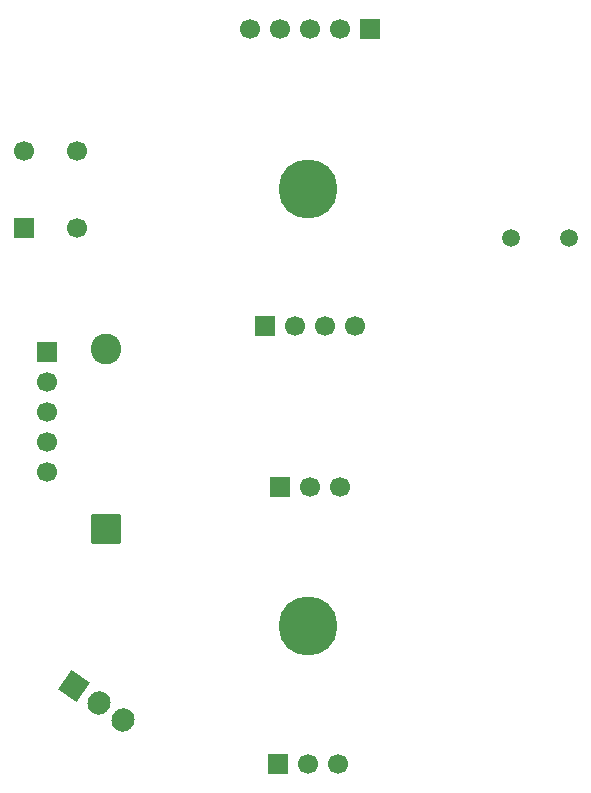
<source format=gbr>
%TF.GenerationSoftware,KiCad,Pcbnew,9.0.6*%
%TF.CreationDate,2025-11-28T23:16:45+01:00*%
%TF.ProjectId,Ruderlage,52756465-726c-4616-9765-2e6b69636164,rev?*%
%TF.SameCoordinates,Original*%
%TF.FileFunction,Soldermask,Bot*%
%TF.FilePolarity,Negative*%
%FSLAX46Y46*%
G04 Gerber Fmt 4.6, Leading zero omitted, Abs format (unit mm)*
G04 Created by KiCad (PCBNEW 9.0.6) date 2025-11-28 23:16:45*
%MOMM*%
%LPD*%
G01*
G04 APERTURE LIST*
G04 Aperture macros list*
%AMRoundRect*
0 Rectangle with rounded corners*
0 $1 Rounding radius*
0 $2 $3 $4 $5 $6 $7 $8 $9 X,Y pos of 4 corners*
0 Add a 4 corners polygon primitive as box body*
4,1,4,$2,$3,$4,$5,$6,$7,$8,$9,$2,$3,0*
0 Add four circle primitives for the rounded corners*
1,1,$1+$1,$2,$3*
1,1,$1+$1,$4,$5*
1,1,$1+$1,$6,$7*
1,1,$1+$1,$8,$9*
0 Add four rect primitives between the rounded corners*
20,1,$1+$1,$2,$3,$4,$5,0*
20,1,$1+$1,$4,$5,$6,$7,0*
20,1,$1+$1,$6,$7,$8,$9,0*
20,1,$1+$1,$8,$9,$2,$3,0*%
%AMHorizOval*
0 Thick line with rounded ends*
0 $1 width*
0 $2 $3 position (X,Y) of the first rounded end (center of the circle)*
0 $4 $5 position (X,Y) of the second rounded end (center of the circle)*
0 Add line between two ends*
20,1,$1,$2,$3,$4,$5,0*
0 Add two circle primitives to create the rounded ends*
1,1,$1,$2,$3*
1,1,$1,$4,$5*%
%AMRotRect*
0 Rectangle, with rotation*
0 The origin of the aperture is its center*
0 $1 length*
0 $2 width*
0 $3 Rotation angle, in degrees counterclockwise*
0 Add horizontal line*
21,1,$1,$2,0,0,$3*%
G04 Aperture macros list end*
%ADD10R,1.700000X1.700000*%
%ADD11C,1.700000*%
%ADD12RoundRect,0.250000X1.050000X-1.050000X1.050000X1.050000X-1.050000X1.050000X-1.050000X-1.050000X0*%
%ADD13C,2.600000*%
%ADD14C,5.000000*%
%ADD15RotRect,1.905000X2.000000X325.000000*%
%ADD16HorizOval,1.905000X-0.027245X-0.038910X0.027245X0.038910X0*%
%ADD17C,1.500000*%
G04 APERTURE END LIST*
D10*
%TO.C,SW1*%
X-24094000Y14605649D03*
D11*
X-24094000Y21105649D03*
X-19594000Y14605649D03*
X-19594000Y21105649D03*
%TD*%
D10*
%TO.C,J4*%
X-2611731Y-30795000D03*
D11*
X-71731Y-30795000D03*
X2468269Y-30795000D03*
%TD*%
D10*
%TO.C,J5*%
X5171000Y31435000D03*
D11*
X2631000Y31435000D03*
X91000Y31435000D03*
X-2449000Y31435001D03*
X-4989000Y31435000D03*
%TD*%
D12*
%TO.C,D1*%
X-17181000Y-10856000D03*
D13*
X-17181000Y4384000D03*
%TD*%
D14*
%TO.C,REF2*%
X-86731Y-19144350D03*
%TD*%
D15*
%TO.C,U6*%
X-19868407Y-24189565D03*
D16*
X-17787761Y-25646449D03*
X-15707115Y-27103333D03*
%TD*%
D10*
%TO.C,J3*%
X-22198731Y4130000D03*
D11*
X-22198731Y1590000D03*
X-22198731Y-950000D03*
X-22198731Y-3490000D03*
X-22198731Y-6030000D03*
%TD*%
D10*
%TO.C,J2*%
X-2398200Y-7325400D03*
D11*
X141800Y-7325400D03*
X2681800Y-7325400D03*
%TD*%
D17*
%TO.C,Y1*%
X22009000Y13740000D03*
X17129000Y13740000D03*
%TD*%
D10*
%TO.C,J1*%
X-3719000Y6289000D03*
D11*
X-1179000Y6289000D03*
X1361000Y6289000D03*
X3901000Y6289000D03*
%TD*%
D14*
%TO.C,REF1*%
X-86731Y17855650D03*
%TD*%
M02*

</source>
